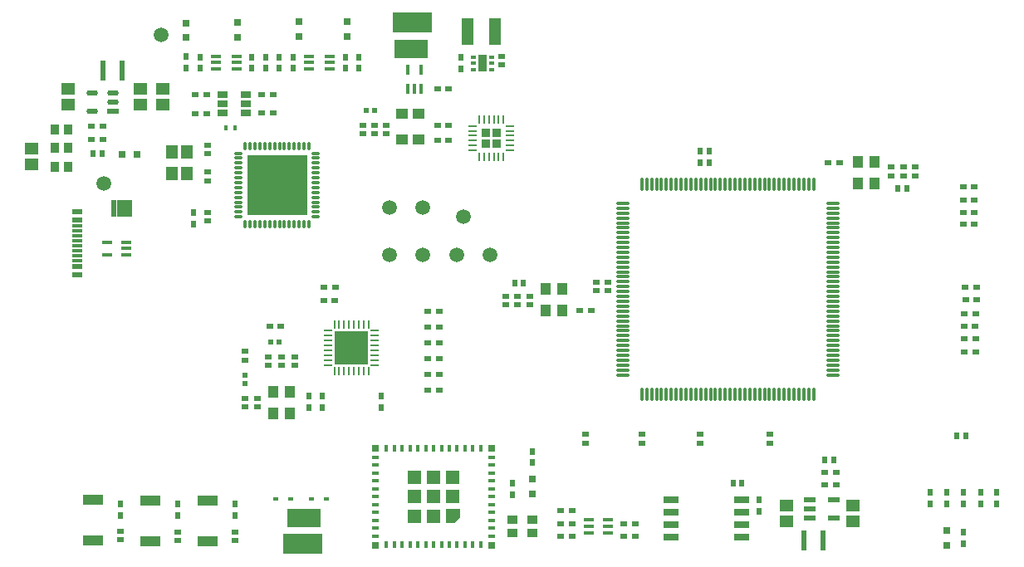
<source format=gtp>
G04*
G04 #@! TF.GenerationSoftware,Altium Limited,Altium Designer,22.9.1 (49)*
G04*
G04 Layer_Color=8421504*
%FSLAX25Y25*%
%MOIN*%
G70*
G04*
G04 #@! TF.SameCoordinates,09DA8A7C-0E06-47C8-8122-5E973528E8BD*
G04*
G04*
G04 #@! TF.FilePolarity,Positive*
G04*
G01*
G75*
%ADD18R,0.03543X0.03543*%
%ADD19R,0.03543X0.03543*%
%ADD20R,0.02362X0.02520*%
%ADD21R,0.02520X0.02362*%
%ADD22R,0.02953X0.02362*%
%ADD23R,0.04331X0.05118*%
%ADD24O,0.05512X0.01181*%
%ADD25O,0.01181X0.05512*%
%ADD26R,0.03150X0.03150*%
%ADD27R,0.02362X0.02953*%
%ADD28R,0.04724X0.03937*%
%ADD29R,0.02423X0.02254*%
%ADD30R,0.05512X0.05118*%
%ADD31R,0.04528X0.02362*%
%ADD32R,0.06496X0.02559*%
%ADD33R,0.02362X0.07874*%
%ADD34R,0.04134X0.01772*%
%ADD35R,0.04331X0.02559*%
%ADD36R,0.01772X0.01968*%
%ADD37O,0.01181X0.03347*%
%ADD38O,0.03347X0.01181*%
%ADD39R,0.24410X0.24410*%
%ADD40R,0.04724X0.05512*%
%ADD41R,0.04134X0.01575*%
%ADD42R,0.03150X0.01575*%
%ADD43R,0.01575X0.03150*%
%ADD44R,0.05709X0.05709*%
%ADD45R,0.02756X0.02756*%
%ADD46R,0.03937X0.03543*%
%ADD47R,0.13189X0.13189*%
%ADD48O,0.00984X0.03543*%
%ADD49O,0.03543X0.00984*%
%ADD50R,0.01575X0.04331*%
G04:AMPARAMS|DCode=51|XSize=9.42mil|YSize=35.67mil|CornerRadius=4.71mil|HoleSize=0mil|Usage=FLASHONLY|Rotation=90.000|XOffset=0mil|YOffset=0mil|HoleType=Round|Shape=RoundedRectangle|*
%AMROUNDEDRECTD51*
21,1,0.00942,0.02625,0,0,90.0*
21,1,0.00000,0.03567,0,0,90.0*
1,1,0.00942,0.01313,0.00000*
1,1,0.00942,0.01313,0.00000*
1,1,0.00942,-0.01313,0.00000*
1,1,0.00942,-0.01313,0.00000*
%
%ADD51ROUNDEDRECTD51*%
G04:AMPARAMS|DCode=52|XSize=35.67mil|YSize=9.42mil|CornerRadius=4.71mil|HoleSize=0mil|Usage=FLASHONLY|Rotation=90.000|XOffset=0mil|YOffset=0mil|HoleType=Round|Shape=RoundedRectangle|*
%AMROUNDEDRECTD52*
21,1,0.03567,0.00000,0,0,90.0*
21,1,0.02625,0.00942,0,0,90.0*
1,1,0.00942,0.00000,0.01313*
1,1,0.00942,0.00000,-0.01313*
1,1,0.00942,0.00000,-0.01313*
1,1,0.00942,0.00000,0.01313*
%
%ADD52ROUNDEDRECTD52*%
%ADD53R,0.00942X0.03567*%
%ADD54R,0.01890X0.06693*%
%ADD55R,0.05984X0.06693*%
%ADD56R,0.04488X0.01181*%
%ADD57R,0.04488X0.02362*%
%ADD58R,0.04331X0.01575*%
%ADD59R,0.07874X0.04134*%
%ADD60R,0.07906X0.07906*%
%ADD61R,0.03575X0.07315*%
%ADD62R,0.02244X0.01654*%
%ADD63C,0.05906*%
%ADD64R,0.05118X0.10630*%
%ADD65R,0.03740X0.06693*%
%ADD66R,0.01850X0.01575*%
%ADD67R,0.03150X0.03150*%
%ADD68R,0.03543X0.03937*%
%ADD69R,0.04745X0.02095*%
G04:AMPARAMS|DCode=70|XSize=47.45mil|YSize=20.95mil|CornerRadius=10.48mil|HoleSize=0mil|Usage=FLASHONLY|Rotation=180.000|XOffset=0mil|YOffset=0mil|HoleType=Round|Shape=RoundedRectangle|*
%AMROUNDEDRECTD70*
21,1,0.04745,0.00000,0,0,180.0*
21,1,0.02650,0.02095,0,0,180.0*
1,1,0.02095,-0.01325,0.00000*
1,1,0.02095,0.01325,0.00000*
1,1,0.02095,0.01325,0.00000*
1,1,0.02095,-0.01325,0.00000*
%
%ADD70ROUNDEDRECTD70*%
%ADD71R,0.02254X0.02423*%
G36*
X172713Y66072D02*
X178422D01*
Y62726D01*
X176060Y60364D01*
X172713D01*
Y66072D01*
D02*
G37*
D18*
X193110Y212795D02*
D03*
X188779Y217126D02*
D03*
D19*
Y212795D02*
D03*
X193110Y217126D02*
D03*
D20*
X278268Y209842D02*
D03*
X274803D02*
D03*
X278346Y205118D02*
D03*
X274882D02*
D03*
X200394Y156693D02*
D03*
X203858D02*
D03*
X357638Y194882D02*
D03*
X354173D02*
D03*
X328268Y85827D02*
D03*
X324803D02*
D03*
X288032Y76378D02*
D03*
X291496D02*
D03*
X381372Y95332D02*
D03*
X377908D02*
D03*
X34606Y208651D02*
D03*
X31141D02*
D03*
D21*
X233071Y157244D02*
D03*
Y153779D02*
D03*
X237795D02*
D03*
Y157244D02*
D03*
X302652Y95980D02*
D03*
Y92516D02*
D03*
X274700Y95980D02*
D03*
Y92516D02*
D03*
X251471Y95980D02*
D03*
Y92516D02*
D03*
X228637Y95980D02*
D03*
Y92516D02*
D03*
X201575Y148110D02*
D03*
Y151575D02*
D03*
X206299Y148110D02*
D03*
Y151575D02*
D03*
X196850Y148110D02*
D03*
Y151575D02*
D03*
X139370Y220236D02*
D03*
Y216772D02*
D03*
X148763Y220216D02*
D03*
Y216751D02*
D03*
X144095Y216772D02*
D03*
Y220236D02*
D03*
X351575Y199843D02*
D03*
X356299Y203307D02*
D03*
Y199843D02*
D03*
X361024Y203307D02*
D03*
Y199843D02*
D03*
X351575Y203307D02*
D03*
X77165Y201339D02*
D03*
Y197874D02*
D03*
Y181732D02*
D03*
Y185197D02*
D03*
X77165Y208661D02*
D03*
Y212126D02*
D03*
X87927Y56850D02*
D03*
Y53386D02*
D03*
X42028Y57087D02*
D03*
Y53622D02*
D03*
X64961Y53386D02*
D03*
Y56850D02*
D03*
X195195Y247867D02*
D03*
Y244403D02*
D03*
X92126Y125827D02*
D03*
Y129291D02*
D03*
Y106929D02*
D03*
Y110394D02*
D03*
X97244D02*
D03*
Y106929D02*
D03*
X106733Y123600D02*
D03*
Y127065D02*
D03*
X112087Y127055D02*
D03*
Y123590D02*
D03*
X101460Y123607D02*
D03*
Y127072D02*
D03*
D22*
X231004Y145669D02*
D03*
X226476D02*
D03*
X169390Y220079D02*
D03*
X173917D02*
D03*
X169390Y214173D02*
D03*
X173917D02*
D03*
X326083Y205118D02*
D03*
X330610D02*
D03*
X329429Y75590D02*
D03*
X324902D02*
D03*
Y80709D02*
D03*
X329429D02*
D03*
X72244Y232283D02*
D03*
X76772D02*
D03*
X72244Y224803D02*
D03*
X76772D02*
D03*
X98819Y232283D02*
D03*
X103347D02*
D03*
X103445Y225197D02*
D03*
X98917D02*
D03*
X381299Y150000D02*
D03*
X385827D02*
D03*
X380906Y144488D02*
D03*
X385433D02*
D03*
X381201Y155118D02*
D03*
X385728D02*
D03*
X380709Y139370D02*
D03*
X385236D02*
D03*
X380807Y134252D02*
D03*
X385335D02*
D03*
X380906Y129134D02*
D03*
X385433D02*
D03*
X380315Y180315D02*
D03*
X384842D02*
D03*
X380315Y185039D02*
D03*
X384842D02*
D03*
X380315Y190157D02*
D03*
X384842D02*
D03*
X380315Y195276D02*
D03*
X384842D02*
D03*
X218898Y55118D02*
D03*
X223425D02*
D03*
X244193Y60236D02*
D03*
X248721D02*
D03*
X218898Y65354D02*
D03*
X223425D02*
D03*
X248721Y55118D02*
D03*
X244193D02*
D03*
X218898Y60236D02*
D03*
X223425D02*
D03*
X101969Y139370D02*
D03*
X106496D02*
D03*
X169390Y234646D02*
D03*
X173917D02*
D03*
X123721Y149606D02*
D03*
X128248D02*
D03*
X169980Y145276D02*
D03*
X165453D02*
D03*
X169980Y132677D02*
D03*
X165453D02*
D03*
X169980Y138976D02*
D03*
X165453D02*
D03*
X169980Y126378D02*
D03*
X165453D02*
D03*
X169980Y113779D02*
D03*
X165453D02*
D03*
X169980Y120079D02*
D03*
X165453D02*
D03*
X128347Y155118D02*
D03*
X123819D02*
D03*
X35096Y219754D02*
D03*
X30568D02*
D03*
X35096Y214308D02*
D03*
X30568D02*
D03*
D23*
X212874Y154331D02*
D03*
X219567D02*
D03*
X212874Y145669D02*
D03*
X219567D02*
D03*
X344882Y196850D02*
D03*
X338189D02*
D03*
X344882Y205512D02*
D03*
X338189D02*
D03*
X103546Y112991D02*
D03*
X110239D02*
D03*
X103546Y104329D02*
D03*
X110239D02*
D03*
D24*
X243701Y119882D02*
D03*
Y121850D02*
D03*
Y123819D02*
D03*
Y125787D02*
D03*
Y127756D02*
D03*
Y129724D02*
D03*
Y131693D02*
D03*
Y133661D02*
D03*
Y135630D02*
D03*
Y137598D02*
D03*
Y139567D02*
D03*
Y141535D02*
D03*
Y143504D02*
D03*
Y145472D02*
D03*
Y147441D02*
D03*
Y149409D02*
D03*
Y151378D02*
D03*
Y153347D02*
D03*
Y155315D02*
D03*
Y157283D02*
D03*
Y159252D02*
D03*
Y161221D02*
D03*
Y163189D02*
D03*
Y165157D02*
D03*
Y167126D02*
D03*
Y169095D02*
D03*
Y171063D02*
D03*
Y173031D02*
D03*
Y175000D02*
D03*
Y176969D02*
D03*
Y178937D02*
D03*
Y180905D02*
D03*
Y182874D02*
D03*
Y184843D02*
D03*
Y186811D02*
D03*
Y188779D02*
D03*
X327953D02*
D03*
Y186811D02*
D03*
Y184843D02*
D03*
Y182874D02*
D03*
Y180905D02*
D03*
Y178937D02*
D03*
Y176969D02*
D03*
Y175000D02*
D03*
Y173031D02*
D03*
Y171063D02*
D03*
Y169095D02*
D03*
Y167126D02*
D03*
Y165157D02*
D03*
Y163189D02*
D03*
Y161221D02*
D03*
Y159252D02*
D03*
Y157283D02*
D03*
Y155315D02*
D03*
Y153347D02*
D03*
Y151378D02*
D03*
Y149409D02*
D03*
Y147441D02*
D03*
Y145472D02*
D03*
Y143504D02*
D03*
Y141535D02*
D03*
Y139567D02*
D03*
Y137598D02*
D03*
Y135630D02*
D03*
Y133661D02*
D03*
Y131693D02*
D03*
Y129724D02*
D03*
Y127756D02*
D03*
Y125787D02*
D03*
Y123819D02*
D03*
Y121850D02*
D03*
Y119882D02*
D03*
D25*
X251378Y196457D02*
D03*
X253346D02*
D03*
X255315D02*
D03*
X257283D02*
D03*
X259252D02*
D03*
X261221D02*
D03*
X263189D02*
D03*
X265158D02*
D03*
X267126D02*
D03*
X269094D02*
D03*
X271063D02*
D03*
X273031D02*
D03*
X275000D02*
D03*
X276969D02*
D03*
X278937D02*
D03*
X280906D02*
D03*
X282874D02*
D03*
X284842D02*
D03*
X286811D02*
D03*
X288779D02*
D03*
X290748D02*
D03*
X292717D02*
D03*
X294685D02*
D03*
X296654D02*
D03*
X298622D02*
D03*
X300591D02*
D03*
X302559D02*
D03*
X304528D02*
D03*
X306496D02*
D03*
X308465D02*
D03*
X310433D02*
D03*
X312402D02*
D03*
X314370D02*
D03*
X316339D02*
D03*
X318307D02*
D03*
X320276D02*
D03*
Y112205D02*
D03*
X318307D02*
D03*
X316339D02*
D03*
X314370D02*
D03*
X312402D02*
D03*
X310433D02*
D03*
X308465D02*
D03*
X306496D02*
D03*
X304528D02*
D03*
X302559D02*
D03*
X300591D02*
D03*
X298622D02*
D03*
X296654D02*
D03*
X294685D02*
D03*
X292717D02*
D03*
X290748D02*
D03*
X288779D02*
D03*
X286811D02*
D03*
X284842D02*
D03*
X282874D02*
D03*
X280906D02*
D03*
X278937D02*
D03*
X276969D02*
D03*
X275000D02*
D03*
X273031D02*
D03*
X271063D02*
D03*
X269094D02*
D03*
X267126D02*
D03*
X265158D02*
D03*
X263189D02*
D03*
X261221D02*
D03*
X259252D02*
D03*
X257283D02*
D03*
X255315D02*
D03*
X253346D02*
D03*
X251378D02*
D03*
D26*
X373622Y57284D02*
D03*
Y51378D02*
D03*
X88976Y261417D02*
D03*
Y255512D02*
D03*
X68504Y255315D02*
D03*
Y261221D02*
D03*
X113779Y261614D02*
D03*
Y255709D02*
D03*
X133071D02*
D03*
Y261614D02*
D03*
X207480Y72047D02*
D03*
Y77953D02*
D03*
D27*
X380315Y52067D02*
D03*
Y56595D02*
D03*
X393701Y72736D02*
D03*
Y68209D02*
D03*
X380315D02*
D03*
Y72736D02*
D03*
X373622Y68209D02*
D03*
Y72736D02*
D03*
X387402Y68209D02*
D03*
Y72736D02*
D03*
X366929Y68209D02*
D03*
Y72736D02*
D03*
X298425Y69587D02*
D03*
Y65059D02*
D03*
X94882Y243012D02*
D03*
Y247539D02*
D03*
X100394D02*
D03*
Y243012D02*
D03*
X68504Y247638D02*
D03*
Y243110D02*
D03*
X74016Y243012D02*
D03*
Y247539D02*
D03*
X105905Y247539D02*
D03*
Y243012D02*
D03*
X111417D02*
D03*
Y247539D02*
D03*
X132283Y243012D02*
D03*
Y247539D02*
D03*
X137795D02*
D03*
Y243012D02*
D03*
X71260Y180413D02*
D03*
Y184941D02*
D03*
X207480Y84646D02*
D03*
Y89173D02*
D03*
X199377Y71763D02*
D03*
Y76290D02*
D03*
X178740Y247441D02*
D03*
Y242913D02*
D03*
X64961Y63484D02*
D03*
Y68012D02*
D03*
X88026Y63484D02*
D03*
Y68012D02*
D03*
X146850Y106791D02*
D03*
Y111319D02*
D03*
X123228Y106791D02*
D03*
Y111319D02*
D03*
X42126Y63484D02*
D03*
Y68012D02*
D03*
X117717Y106791D02*
D03*
Y111319D02*
D03*
D28*
X155090Y224792D02*
D03*
X161783D02*
D03*
X155090Y214556D02*
D03*
X161783D02*
D03*
D29*
X144207Y225984D02*
D03*
X140832D02*
D03*
X102526Y133197D02*
D03*
X105900D02*
D03*
D30*
X336221Y61024D02*
D03*
Y67323D02*
D03*
X309449Y61024D02*
D03*
Y67323D02*
D03*
X6299Y204331D02*
D03*
Y210630D02*
D03*
X59055Y228346D02*
D03*
Y234646D02*
D03*
X50000D02*
D03*
Y228346D02*
D03*
X21256Y234646D02*
D03*
Y228346D02*
D03*
D31*
X328543Y69882D02*
D03*
Y62402D02*
D03*
X318701D02*
D03*
Y66142D02*
D03*
Y69882D02*
D03*
D32*
X291339Y69705D02*
D03*
Y64705D02*
D03*
Y59705D02*
D03*
Y54705D02*
D03*
X262992D02*
D03*
Y59705D02*
D03*
Y64705D02*
D03*
Y69705D02*
D03*
D33*
X324016Y53543D02*
D03*
X316535D02*
D03*
X42717Y242126D02*
D03*
X35236D02*
D03*
D34*
X80413Y242717D02*
D03*
Y245276D02*
D03*
Y247835D02*
D03*
X88681D02*
D03*
Y245276D02*
D03*
Y242717D02*
D03*
X126083Y242717D02*
D03*
Y245276D02*
D03*
Y247835D02*
D03*
X117815D02*
D03*
Y245276D02*
D03*
Y242717D02*
D03*
D35*
X83111Y224928D02*
D03*
Y228668D02*
D03*
Y232408D02*
D03*
X92560D02*
D03*
Y228668D02*
D03*
Y224928D02*
D03*
D36*
X88240Y219157D02*
D03*
X84500D02*
D03*
D37*
X117757Y211661D02*
D03*
X115789D02*
D03*
X113820D02*
D03*
X111852D02*
D03*
X109883D02*
D03*
X107915D02*
D03*
X117757Y180559D02*
D03*
X115789D02*
D03*
X113820D02*
D03*
X111852D02*
D03*
X109883D02*
D03*
X105946Y211661D02*
D03*
X102009D02*
D03*
X100041D02*
D03*
X98072D02*
D03*
X96104D02*
D03*
X94135D02*
D03*
X92167D02*
D03*
X103978D02*
D03*
X107915Y180559D02*
D03*
X105946D02*
D03*
X103978D02*
D03*
X102009D02*
D03*
X100041D02*
D03*
X98072D02*
D03*
X96104D02*
D03*
X94135D02*
D03*
X92167D02*
D03*
D38*
X120513Y208905D02*
D03*
Y206937D02*
D03*
Y204968D02*
D03*
Y203000D02*
D03*
Y201031D02*
D03*
Y199063D02*
D03*
Y197094D02*
D03*
Y195126D02*
D03*
Y193157D02*
D03*
Y191189D02*
D03*
Y189220D02*
D03*
Y187252D02*
D03*
Y185283D02*
D03*
Y183315D02*
D03*
X89411Y208905D02*
D03*
Y206937D02*
D03*
Y204968D02*
D03*
Y203000D02*
D03*
Y201031D02*
D03*
Y199063D02*
D03*
Y197094D02*
D03*
Y195126D02*
D03*
Y193157D02*
D03*
Y191189D02*
D03*
Y189220D02*
D03*
Y187252D02*
D03*
Y185283D02*
D03*
Y183315D02*
D03*
D39*
X104962Y196110D02*
D03*
D40*
X62595Y209449D02*
D03*
X68894D02*
D03*
X62595Y200787D02*
D03*
X68894D02*
D03*
D41*
X230118Y61614D02*
D03*
Y59055D02*
D03*
Y56496D02*
D03*
X237598D02*
D03*
Y59055D02*
D03*
Y61614D02*
D03*
D42*
X191021Y55246D02*
D03*
Y58395D02*
D03*
Y61545D02*
D03*
Y64695D02*
D03*
Y67844D02*
D03*
Y70994D02*
D03*
Y74143D02*
D03*
Y77293D02*
D03*
Y80443D02*
D03*
Y83592D02*
D03*
Y86742D02*
D03*
X144564D02*
D03*
Y83592D02*
D03*
Y80443D02*
D03*
Y77293D02*
D03*
Y74143D02*
D03*
Y70994D02*
D03*
Y67844D02*
D03*
Y64695D02*
D03*
Y61545D02*
D03*
Y58395D02*
D03*
Y55246D02*
D03*
D43*
X186690Y90285D02*
D03*
X183540D02*
D03*
X180391D02*
D03*
X177241D02*
D03*
X174091D02*
D03*
X170942D02*
D03*
X167792D02*
D03*
X164643D02*
D03*
X161493D02*
D03*
X158343D02*
D03*
X155194D02*
D03*
X152044D02*
D03*
X148895D02*
D03*
Y51702D02*
D03*
X152044D02*
D03*
X155194D02*
D03*
X158343D02*
D03*
X161493D02*
D03*
X164643D02*
D03*
X167792D02*
D03*
X170942D02*
D03*
X174091D02*
D03*
X177241D02*
D03*
X180391D02*
D03*
X183540D02*
D03*
X186690D02*
D03*
D44*
X167792Y70994D02*
D03*
X160017Y63218D02*
D03*
X167792D02*
D03*
X175568Y70994D02*
D03*
Y78769D02*
D03*
X167792D02*
D03*
X160017D02*
D03*
Y70994D02*
D03*
D45*
X191217Y51506D02*
D03*
Y90482D02*
D03*
X144367D02*
D03*
Y51506D02*
D03*
D46*
X199497Y56551D02*
D03*
Y61866D02*
D03*
X207470Y56476D02*
D03*
Y61791D02*
D03*
D47*
X134826Y130764D02*
D03*
D48*
X127936Y121413D02*
D03*
X129904D02*
D03*
X131873D02*
D03*
X133841D02*
D03*
X135810D02*
D03*
X137778D02*
D03*
X139747D02*
D03*
X141715D02*
D03*
Y140114D02*
D03*
X139747D02*
D03*
X137778D02*
D03*
X135810D02*
D03*
X133841D02*
D03*
X131873D02*
D03*
X129904D02*
D03*
X127936D02*
D03*
D49*
X144176Y123874D02*
D03*
Y125842D02*
D03*
Y127811D02*
D03*
Y129780D02*
D03*
Y131748D02*
D03*
Y133716D02*
D03*
Y135685D02*
D03*
Y137654D02*
D03*
X125475D02*
D03*
Y135685D02*
D03*
Y133716D02*
D03*
Y131748D02*
D03*
Y129780D02*
D03*
Y127811D02*
D03*
Y125842D02*
D03*
Y123874D02*
D03*
D50*
X157480Y234646D02*
D03*
X160039D02*
D03*
X162598D02*
D03*
Y242520D02*
D03*
X157480D02*
D03*
D51*
X183453Y210039D02*
D03*
Y212008D02*
D03*
Y213976D02*
D03*
Y215945D02*
D03*
Y217913D02*
D03*
Y219882D02*
D03*
X198437D02*
D03*
Y217913D02*
D03*
Y215945D02*
D03*
Y213976D02*
D03*
Y212008D02*
D03*
Y210039D02*
D03*
D52*
X186024Y222453D02*
D03*
X187992D02*
D03*
X189961D02*
D03*
X191929D02*
D03*
X193898D02*
D03*
X195866D02*
D03*
Y207468D02*
D03*
X193898D02*
D03*
X191929D02*
D03*
X189961D02*
D03*
X187992D02*
D03*
D53*
X186024D02*
D03*
D54*
X39370Y186614D02*
D03*
D55*
X43898D02*
D03*
D56*
X24740Y171778D02*
D03*
Y173746D02*
D03*
Y169809D02*
D03*
Y175715D02*
D03*
Y167841D02*
D03*
Y177683D02*
D03*
Y165872D02*
D03*
Y179652D02*
D03*
D57*
Y185360D02*
D03*
Y182211D02*
D03*
Y163313D02*
D03*
Y160163D02*
D03*
D58*
X36614Y168110D02*
D03*
Y173228D02*
D03*
X44488D02*
D03*
Y170669D02*
D03*
Y168110D02*
D03*
D59*
X76970Y52987D02*
D03*
Y69325D02*
D03*
X30985Y53430D02*
D03*
Y69769D02*
D03*
X53981Y69491D02*
D03*
Y53152D02*
D03*
D60*
X119190Y52131D02*
D03*
X111316D02*
D03*
X155337Y261264D02*
D03*
X163211D02*
D03*
D61*
X120844Y62485D02*
D03*
X115725D02*
D03*
X118284D02*
D03*
X113166D02*
D03*
X110607D02*
D03*
X153683Y250910D02*
D03*
X158801D02*
D03*
X156242D02*
D03*
X161360D02*
D03*
X163919D02*
D03*
D62*
X124705Y70079D02*
D03*
X118602D02*
D03*
X104429D02*
D03*
X110531D02*
D03*
D63*
X179921Y183465D02*
D03*
X35433Y196850D02*
D03*
X58268Y256299D02*
D03*
X150000Y187008D02*
D03*
X177034Y168110D02*
D03*
X190551D02*
D03*
X150000D02*
D03*
X163517D02*
D03*
X163386Y187008D02*
D03*
D64*
X181475Y257826D02*
D03*
X192498D02*
D03*
D65*
X187380Y244954D02*
D03*
D66*
X190982Y247513D02*
D03*
Y244954D02*
D03*
Y242395D02*
D03*
X183778D02*
D03*
Y244954D02*
D03*
Y247513D02*
D03*
D67*
X48622Y208268D02*
D03*
X42717D02*
D03*
D68*
X21161Y218504D02*
D03*
X15846D02*
D03*
Y211024D02*
D03*
X21161D02*
D03*
X15846Y203543D02*
D03*
X21161D02*
D03*
D69*
X38936Y225585D02*
D03*
D70*
Y229325D02*
D03*
Y233065D02*
D03*
X30665D02*
D03*
Y225585D02*
D03*
D71*
X92126Y116423D02*
D03*
Y119798D02*
D03*
M02*

</source>
